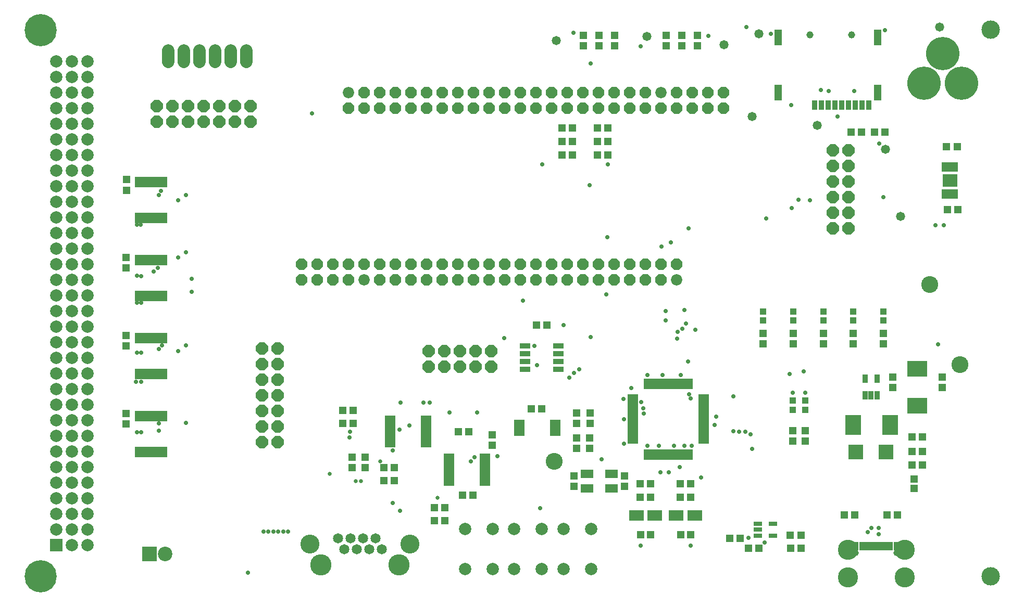
<source format=gbr>
G04 EAGLE Gerber RS-274X export*
G75*
%MOMM*%
%FSLAX34Y34*%
%LPD*%
%INSoldermask Top*%
%IPPOS*%
%AMOC8*
5,1,8,0,0,1.08239X$1,22.5*%
G01*
%ADD10C,3.003200*%
%ADD11R,1.303200X1.203200*%
%ADD12R,1.203200X1.303200*%
%ADD13R,0.503200X1.678200*%
%ADD14R,1.678200X0.503200*%
%ADD15R,1.678200X0.653200*%
%ADD16R,1.453200X0.803200*%
%ADD17R,0.653200X1.678200*%
%ADD18R,2.003200X2.003200*%
%ADD19C,2.003200*%
%ADD20C,5.243200*%
%ADD21R,0.803200X1.453200*%
%ADD22R,0.503200X1.453200*%
%ADD23C,1.003200*%
%ADD24C,3.281200*%
%ADD25R,1.203200X1.153200*%
%ADD26R,1.153200X1.203200*%
%ADD27C,1.849119*%
%ADD28P,2.001468X8X202.500000*%
%ADD29P,2.001468X8X22.500000*%
%ADD30P,2.199416X8X22.500000*%
%ADD31C,2.032000*%
%ADD32C,5.423200*%
%ADD33R,1.003200X1.003200*%
%ADD34R,0.838200X1.473200*%
%ADD35R,2.463200X2.363200*%
%ADD36R,2.503200X3.303200*%
%ADD37R,3.303200X2.503200*%
%ADD38R,2.403200X1.803200*%
%ADD39C,2.743200*%
%ADD40R,2.003200X1.403200*%
%ADD41P,2.199416X8X292.500000*%
%ADD42P,2.199416X8X112.500000*%
%ADD43R,0.823200X1.603200*%
%ADD44C,1.153200*%
%ADD45R,1.303200X2.603200*%
%ADD46C,1.643200*%
%ADD47C,3.083200*%
%ADD48C,3.453200*%
%ADD49R,1.731200X0.853200*%
%ADD50R,0.653200X1.603200*%
%ADD51R,2.353200X2.049200*%
%ADD52C,1.473200*%
%ADD53R,2.363200X2.363200*%
%ADD54C,2.363200*%
%ADD55C,0.705600*%
%ADD56C,0.655600*%


D10*
X1572000Y38000D03*
X1572000Y928000D03*
D11*
X842600Y310700D03*
X825600Y310700D03*
D12*
X976700Y184500D03*
X976700Y201500D03*
X895100Y201500D03*
X895100Y184500D03*
D11*
X1195600Y83800D03*
X1178600Y83800D03*
D12*
X166900Y286100D03*
X166900Y303100D03*
X166900Y413100D03*
X166900Y430100D03*
X166900Y540100D03*
X166900Y557100D03*
X167100Y666900D03*
X167100Y683900D03*
D11*
X1444500Y219800D03*
X1461500Y219800D03*
X1444500Y241900D03*
X1461500Y241900D03*
X1019500Y167000D03*
X1002500Y167000D03*
X1067500Y167000D03*
X1084500Y167000D03*
D13*
X1010400Y236820D03*
X1015400Y236820D03*
X1020400Y236820D03*
X1025400Y236820D03*
X1030400Y236820D03*
X1035400Y236820D03*
X1040400Y236820D03*
X1045400Y236820D03*
X1050400Y236820D03*
X1055400Y236820D03*
X1060400Y236820D03*
X1065400Y236820D03*
X1070400Y236820D03*
X1075400Y236820D03*
X1080400Y236820D03*
X1085400Y236820D03*
D14*
X1105280Y256700D03*
X1105280Y261700D03*
X1105280Y266700D03*
X1105280Y271700D03*
X1105280Y276700D03*
X1105280Y281700D03*
X1105280Y286700D03*
X1105280Y291700D03*
X1105280Y296700D03*
X1105280Y301700D03*
X1105280Y306700D03*
X1105280Y311700D03*
X1105280Y316700D03*
X1105280Y321700D03*
X1105280Y326700D03*
X1105280Y331700D03*
D13*
X1085400Y351580D03*
X1080400Y351580D03*
X1075400Y351580D03*
X1070400Y351580D03*
X1065400Y351580D03*
X1060400Y351580D03*
X1055400Y351580D03*
X1050400Y351580D03*
X1045400Y351580D03*
X1040400Y351580D03*
X1035400Y351580D03*
X1030400Y351580D03*
X1025400Y351580D03*
X1020400Y351580D03*
X1015400Y351580D03*
X1010400Y351580D03*
D14*
X990520Y331700D03*
X990520Y326700D03*
X990520Y321700D03*
X990520Y316700D03*
X990520Y311700D03*
X990520Y306700D03*
X990520Y301700D03*
X990520Y296700D03*
X990520Y291700D03*
X990520Y286700D03*
X990520Y281700D03*
X990520Y276700D03*
X990520Y271700D03*
X990520Y266700D03*
X990520Y261700D03*
X990520Y256700D03*
D15*
X864580Y270050D03*
X864580Y276550D03*
X864580Y283050D03*
X864580Y289550D03*
X805820Y289550D03*
X805820Y283050D03*
X805820Y276550D03*
X805820Y270050D03*
D16*
X1193600Y123700D03*
X1193600Y114200D03*
X1193600Y104700D03*
X1218600Y104700D03*
X1218600Y123700D03*
D17*
X184250Y494620D03*
X190750Y494620D03*
X197250Y494620D03*
X203750Y494620D03*
X210250Y494620D03*
X216750Y494620D03*
X223250Y494620D03*
X229750Y494620D03*
X229750Y553380D03*
X223250Y553380D03*
X216750Y553380D03*
X210250Y553380D03*
X203750Y553380D03*
X197250Y553380D03*
X190750Y553380D03*
X184250Y553380D03*
X184250Y367620D03*
X190750Y367620D03*
X197250Y367620D03*
X203750Y367620D03*
X210250Y367620D03*
X216750Y367620D03*
X223250Y367620D03*
X229750Y367620D03*
X229750Y426380D03*
X223250Y426380D03*
X216750Y426380D03*
X210250Y426380D03*
X203750Y426380D03*
X197250Y426380D03*
X190750Y426380D03*
X184250Y426380D03*
X184250Y240620D03*
X190750Y240620D03*
X197250Y240620D03*
X203750Y240620D03*
X210250Y240620D03*
X216750Y240620D03*
X223250Y240620D03*
X229750Y240620D03*
X229750Y299380D03*
X223250Y299380D03*
X216750Y299380D03*
X210250Y299380D03*
X203750Y299380D03*
X197250Y299380D03*
X190750Y299380D03*
X184250Y299380D03*
D18*
X53000Y88900D03*
D19*
X53000Y114300D03*
X53000Y139700D03*
X53000Y165100D03*
X53000Y190500D03*
X53000Y215900D03*
X53000Y241300D03*
X53000Y266700D03*
X53000Y292100D03*
X53000Y317500D03*
X53000Y342900D03*
X53000Y368300D03*
X53000Y393700D03*
X53000Y419100D03*
X53000Y444500D03*
X53000Y469900D03*
X53000Y495300D03*
X53000Y520700D03*
X53000Y546100D03*
X53000Y571500D03*
X53000Y596900D03*
X53000Y622300D03*
X53000Y647700D03*
X53000Y673100D03*
X53000Y698500D03*
X53000Y723900D03*
X53000Y749300D03*
X53000Y774700D03*
X53000Y800100D03*
X53000Y825500D03*
X53000Y850900D03*
X53000Y876300D03*
X78400Y88900D03*
X78400Y114300D03*
X78400Y139700D03*
X78400Y165100D03*
X78400Y190500D03*
X78400Y215900D03*
X78400Y241300D03*
X78400Y266700D03*
X78400Y292100D03*
X78400Y317500D03*
X78400Y342900D03*
X78400Y368300D03*
X78400Y393700D03*
X78400Y419100D03*
X78400Y444500D03*
X78400Y469900D03*
X78400Y495300D03*
X78400Y520700D03*
X78400Y546100D03*
X78400Y571500D03*
X78400Y596900D03*
X78400Y622300D03*
X78400Y647700D03*
X78400Y673100D03*
X78400Y698500D03*
X78400Y723900D03*
X78400Y749300D03*
X78400Y774700D03*
X78400Y800100D03*
X78400Y825500D03*
X78400Y850900D03*
X78400Y876300D03*
X103800Y88900D03*
X103800Y114300D03*
X103800Y139700D03*
X103800Y165100D03*
X103800Y190500D03*
X103800Y215900D03*
X103800Y241300D03*
X103800Y266700D03*
X103800Y292100D03*
X103800Y317500D03*
X103800Y342900D03*
X103800Y368300D03*
X103800Y393700D03*
X103800Y419100D03*
X103800Y444500D03*
X103800Y469900D03*
X103800Y495300D03*
X103800Y520700D03*
X103800Y546100D03*
X103800Y571500D03*
X103800Y596900D03*
X103800Y622300D03*
X103800Y647700D03*
X103800Y673100D03*
X103800Y698500D03*
X103800Y723900D03*
X103800Y749300D03*
X103800Y774700D03*
X103800Y800100D03*
X103800Y825500D03*
X103800Y850900D03*
X103800Y876300D03*
D20*
X27600Y38100D03*
X27600Y927100D03*
D21*
X1353900Y87550D03*
X1361900Y87550D03*
D22*
X1373400Y87550D03*
X1383400Y87550D03*
X1388400Y87550D03*
X1398400Y87550D03*
D21*
X1409900Y87550D03*
X1417900Y87550D03*
D22*
X1403400Y87550D03*
X1393400Y87550D03*
X1378400Y87550D03*
X1368400Y87550D03*
D23*
X1352900Y76200D03*
X1418900Y76200D03*
D24*
X1339800Y81800D03*
X1432000Y81800D03*
X1339800Y36800D03*
X1432000Y36800D03*
D25*
X1448000Y197000D03*
X1448000Y181000D03*
D26*
X1003000Y106000D03*
X1019000Y106000D03*
X1084000Y106000D03*
X1068000Y106000D03*
D11*
X899000Y287500D03*
X899000Y304500D03*
X920600Y287500D03*
X920600Y304500D03*
X920500Y263200D03*
X920500Y246200D03*
X899000Y263200D03*
X899000Y246200D03*
D12*
X1084500Y189000D03*
X1067500Y189000D03*
X1002500Y189000D03*
X1019500Y189000D03*
X1263600Y83800D03*
X1246600Y83800D03*
X1263500Y104800D03*
X1246500Y104800D03*
D27*
X1061974Y520700D03*
D28*
X1061974Y546100D03*
X1036574Y520700D03*
X1036574Y546100D03*
X1011174Y520700D03*
X1011174Y546100D03*
X985774Y520700D03*
X985774Y546100D03*
X960374Y520700D03*
X960374Y546100D03*
X934974Y520700D03*
X934974Y546100D03*
X909574Y520700D03*
X909574Y546100D03*
X884174Y520700D03*
X884174Y546100D03*
X858774Y520700D03*
X858774Y546100D03*
X833374Y520700D03*
X833374Y546100D03*
X807974Y520700D03*
X807974Y546100D03*
X782574Y520700D03*
X782574Y546100D03*
X757174Y520700D03*
X757174Y546100D03*
X731774Y520700D03*
X731774Y546100D03*
X706374Y520700D03*
X706374Y546100D03*
X680974Y520700D03*
X680974Y546100D03*
X655574Y520700D03*
X655574Y546100D03*
X630174Y520700D03*
X630174Y546100D03*
X604774Y520700D03*
X604774Y546100D03*
X579374Y520700D03*
X579374Y546100D03*
D27*
X553974Y520700D03*
D28*
X553974Y546100D03*
X528574Y520700D03*
X528574Y546100D03*
X503174Y520700D03*
X503174Y546100D03*
X477774Y520700D03*
X477774Y546100D03*
X452374Y520700D03*
X452374Y546100D03*
D27*
X528574Y825500D03*
D29*
X528574Y800100D03*
X553974Y825500D03*
X553974Y800100D03*
X579374Y825500D03*
X579374Y800100D03*
X604774Y825500D03*
X604774Y800100D03*
X630174Y825500D03*
X630174Y800100D03*
X655574Y825500D03*
X655574Y800100D03*
X680974Y825500D03*
X680974Y800100D03*
X706374Y825500D03*
X706374Y800100D03*
X731774Y825500D03*
X731774Y800100D03*
X757174Y825500D03*
X757174Y800100D03*
X782574Y825500D03*
X782574Y800100D03*
X807974Y825500D03*
X807974Y800100D03*
X833374Y825500D03*
X833374Y800100D03*
X858774Y825500D03*
X858774Y800100D03*
X884174Y825500D03*
X884174Y800100D03*
X909574Y825500D03*
X909574Y800100D03*
X934974Y825500D03*
X934974Y800100D03*
X960374Y825500D03*
X960374Y800100D03*
X985774Y825500D03*
X985774Y800100D03*
X1011174Y825500D03*
X1011174Y800100D03*
D27*
X1036574Y825500D03*
D29*
X1036574Y800100D03*
X1061974Y825500D03*
X1061974Y800100D03*
X1087374Y825500D03*
X1087374Y800100D03*
X1112774Y825500D03*
X1112774Y800100D03*
X1138174Y825500D03*
X1138174Y800100D03*
D30*
X216200Y778600D03*
X241600Y778600D03*
X267000Y778600D03*
X292400Y778600D03*
X317800Y778600D03*
X343200Y778600D03*
X216200Y804000D03*
X241600Y804000D03*
X267000Y804000D03*
X292400Y804000D03*
X317800Y804000D03*
X343200Y804000D03*
X368600Y778600D03*
X368600Y804000D03*
D31*
X235500Y875656D02*
X235500Y893944D01*
X260900Y893944D02*
X260900Y875656D01*
X286300Y875656D02*
X286300Y893944D01*
X311700Y893944D02*
X311700Y875656D01*
X337100Y875656D02*
X337100Y893944D01*
X362500Y893944D02*
X362500Y875656D01*
D32*
X1463400Y841100D03*
X1494400Y889100D03*
X1524400Y841100D03*
D17*
X184250Y621620D03*
X190750Y621620D03*
X197250Y621620D03*
X203750Y621620D03*
X210250Y621620D03*
X216750Y621620D03*
X223250Y621620D03*
X229750Y621620D03*
X229750Y680380D03*
X223250Y680380D03*
X216750Y680380D03*
X210250Y680380D03*
X203750Y680380D03*
X197250Y680380D03*
X190750Y680380D03*
X184250Y680380D03*
D33*
X1398000Y469500D03*
X1398000Y454500D03*
X1349000Y469500D03*
X1349000Y454500D03*
X1300000Y469500D03*
X1300000Y454500D03*
X1251000Y469500D03*
X1251000Y454500D03*
X1202000Y469500D03*
X1202000Y454500D03*
D11*
X1398000Y416500D03*
X1398000Y433500D03*
X1349000Y416500D03*
X1349000Y433500D03*
X1300000Y416500D03*
X1300000Y433500D03*
X1251000Y416500D03*
X1251000Y433500D03*
X1202000Y416500D03*
X1202000Y433500D03*
D34*
X1368110Y333030D03*
X1377610Y333030D03*
X1387110Y333030D03*
X1387110Y360030D03*
X1368110Y360030D03*
D35*
X1352500Y241000D03*
X1401500Y241000D03*
D36*
X1408400Y285000D03*
X1348329Y285000D03*
D37*
X1453000Y376400D03*
X1453000Y316329D03*
D38*
X996000Y137000D03*
X1026000Y137000D03*
X1091000Y137000D03*
X1061000Y137000D03*
D11*
X1444500Y265000D03*
X1461500Y265000D03*
D12*
X1413000Y362500D03*
X1413000Y345500D03*
X1493000Y362500D03*
X1493000Y345500D03*
D39*
X1522000Y383000D03*
X863000Y225000D03*
D40*
X916000Y205000D03*
X916000Y181000D03*
X956000Y181000D03*
X956000Y205000D03*
D12*
X1334500Y138000D03*
X1351500Y138000D03*
X1420500Y138000D03*
X1403500Y138000D03*
D41*
X387300Y409200D03*
X387300Y383800D03*
X387300Y358400D03*
X387300Y333000D03*
X387300Y307600D03*
X387300Y282200D03*
X412700Y409200D03*
X412700Y383800D03*
X412700Y358400D03*
X412700Y333000D03*
X412700Y307600D03*
X412700Y282200D03*
X387300Y256800D03*
X412700Y256800D03*
D30*
X658200Y379300D03*
X683600Y379300D03*
X709000Y379300D03*
X734400Y379300D03*
X759800Y379300D03*
X658200Y404700D03*
X683600Y404700D03*
X709000Y404700D03*
X734400Y404700D03*
X759800Y404700D03*
D42*
X1340700Y604500D03*
X1340700Y629900D03*
X1340700Y655300D03*
X1340700Y680700D03*
X1340700Y706100D03*
X1340700Y731500D03*
X1315300Y604500D03*
X1315300Y629900D03*
X1315300Y655300D03*
X1315300Y680700D03*
X1315300Y706100D03*
X1315300Y731500D03*
D43*
X1286206Y805640D03*
X1297206Y805640D03*
X1308206Y805640D03*
X1319206Y805640D03*
X1330206Y805640D03*
X1341206Y805640D03*
X1352206Y805640D03*
X1363206Y805640D03*
X1374206Y805640D03*
D44*
X1346006Y919840D03*
X1278006Y919840D03*
D45*
X1388006Y915640D03*
X1388006Y825640D03*
X1226506Y825640D03*
X1226506Y915640D03*
D46*
X562300Y82250D03*
X521500Y82250D03*
X541900Y82250D03*
X582700Y82250D03*
X511300Y100050D03*
X572500Y100050D03*
X552100Y100050D03*
X531700Y100050D03*
D47*
X465750Y91150D03*
X628250Y91150D03*
D48*
X483500Y56850D03*
X610500Y56850D03*
D15*
X595620Y296750D03*
X595620Y290250D03*
X595620Y283750D03*
X595620Y277250D03*
X595620Y270750D03*
X595620Y264250D03*
X595620Y257750D03*
X595620Y251250D03*
X654380Y251250D03*
X654380Y257750D03*
X654380Y264250D03*
X654380Y270750D03*
X654380Y277250D03*
X654380Y283750D03*
X654380Y290250D03*
X654380Y296750D03*
X691620Y234750D03*
X691620Y228250D03*
X691620Y221750D03*
X691620Y215250D03*
X691620Y208750D03*
X691620Y202250D03*
X691620Y195750D03*
X691620Y189250D03*
X750380Y189250D03*
X750380Y195750D03*
X750380Y202250D03*
X750380Y208750D03*
X750380Y215250D03*
X750380Y221750D03*
X750380Y228250D03*
X750380Y234750D03*
D12*
X762000Y251500D03*
X762000Y268500D03*
D49*
X814890Y413050D03*
X814890Y400350D03*
X814890Y387650D03*
X814890Y374950D03*
X869110Y374950D03*
X869110Y387650D03*
X869110Y400350D03*
X869110Y413050D03*
D11*
X833500Y447000D03*
X850500Y447000D03*
D12*
X713500Y170000D03*
X730500Y170000D03*
X706500Y274000D03*
X723500Y274000D03*
X1383500Y761000D03*
X1400500Y761000D03*
X1345500Y761000D03*
X1362500Y761000D03*
D50*
X1496250Y661000D03*
X1502750Y661000D03*
X1509250Y661000D03*
X1515750Y661000D03*
X1515750Y705000D03*
X1509250Y705000D03*
X1502750Y705000D03*
X1496250Y705000D03*
D51*
X1506000Y683000D03*
D11*
X1501500Y635000D03*
X1518500Y635000D03*
X1500500Y738000D03*
X1517500Y738000D03*
D52*
X1139000Y904000D03*
D11*
X1095800Y901500D03*
X1095800Y918500D03*
X1070400Y901500D03*
X1070400Y918500D03*
X1045000Y918500D03*
X1045000Y901500D03*
D12*
X932500Y724000D03*
X949500Y724000D03*
X949500Y746000D03*
X932500Y746000D03*
X932500Y768000D03*
X949500Y768000D03*
X875500Y724000D03*
X892500Y724000D03*
X875500Y768000D03*
X892500Y768000D03*
X875500Y746000D03*
X892500Y746000D03*
D11*
X909600Y918500D03*
X909600Y901500D03*
X935000Y918500D03*
X935000Y901500D03*
X960400Y901500D03*
X960400Y918500D03*
D19*
X762500Y115500D03*
X762500Y50500D03*
X717500Y115500D03*
X717500Y50500D03*
X842500Y115500D03*
X842500Y50500D03*
X797500Y115500D03*
X797500Y50500D03*
X922500Y115500D03*
X922500Y50500D03*
X877500Y115500D03*
X877500Y50500D03*
D11*
X1164500Y100000D03*
X1147500Y100000D03*
D52*
X1401000Y733000D03*
X1290000Y772000D03*
X1184000Y787000D03*
X1195000Y921000D03*
X866000Y910000D03*
X1013000Y917000D03*
X1426000Y624000D03*
D33*
X1250000Y324500D03*
X1250000Y309500D03*
X1271000Y324500D03*
X1271000Y309500D03*
D11*
X1250000Y258500D03*
X1250000Y275500D03*
X1271000Y258500D03*
X1271000Y275500D03*
D53*
X205000Y75000D03*
D54*
X230400Y75000D03*
D52*
X1489000Y932000D03*
D39*
X1473000Y513000D03*
D12*
X684500Y129000D03*
X667500Y129000D03*
X684500Y150000D03*
X667500Y150000D03*
D11*
X555000Y232500D03*
X555000Y215500D03*
X534000Y232500D03*
X534000Y215500D03*
D12*
X602500Y194000D03*
X585500Y194000D03*
X602500Y215000D03*
X585500Y215000D03*
X535500Y308000D03*
X518500Y308000D03*
X535500Y287000D03*
X518500Y287000D03*
D55*
X1086000Y251000D03*
X1074000Y251000D03*
X1057000Y251000D03*
X1033000Y251000D03*
X1014000Y251000D03*
X1004000Y322000D03*
X1014000Y366170D03*
X1080000Y388000D03*
X1123000Y285000D03*
X1092000Y440000D03*
X1400000Y927000D03*
X1215000Y921000D03*
X1350000Y828000D03*
X878000Y447000D03*
X1080700Y604500D03*
X894000Y923000D03*
X1113000Y918000D03*
X600000Y243000D03*
X940000Y229000D03*
X1070678Y441174D03*
X835000Y382000D03*
X600000Y158000D03*
X612400Y145000D03*
X613000Y321000D03*
X650000Y321000D03*
X660000Y321000D03*
X220000Y287000D03*
X264000Y288000D03*
X220000Y275694D03*
X225000Y414000D03*
X264000Y414000D03*
X218000Y540000D03*
X264000Y566000D03*
X223000Y666000D03*
X264000Y659000D03*
X430000Y111000D03*
X422000Y111000D03*
X414000Y111000D03*
X406000Y111000D03*
X398000Y111000D03*
X390000Y111000D03*
X530000Y264000D03*
X922000Y428000D03*
X947000Y497000D03*
X469000Y792000D03*
X843000Y709000D03*
X950000Y709000D03*
X949000Y590000D03*
X1378000Y117000D03*
X1390000Y117000D03*
X1049000Y208000D03*
X1372000Y110000D03*
X1390230Y107000D03*
X1035000Y208000D03*
X1154000Y331000D03*
X1154000Y274500D03*
X1204400Y93600D03*
X975000Y327000D03*
X976000Y294000D03*
X1039000Y366000D03*
X1126000Y298000D03*
X1101000Y199000D03*
X1084000Y88600D03*
X1003000Y88600D03*
X1077000Y450000D03*
X1043530Y470470D03*
X1067000Y216000D03*
X976000Y254000D03*
X988000Y345000D03*
X1068000Y366000D03*
X1062000Y425000D03*
X1063000Y436000D03*
X1184000Y246000D03*
X1181426Y269574D03*
X1278000Y650830D03*
X1173000Y274000D03*
X1163088Y274000D03*
X1260000Y651000D03*
X1175000Y932000D03*
X812000Y487000D03*
X781000Y426000D03*
X1487000Y416000D03*
X365000Y44000D03*
X1309000Y828000D03*
X611100Y277300D03*
X770000Y234000D03*
X830000Y413000D03*
X1249000Y638000D03*
X1482000Y610000D03*
X1496000Y610000D03*
X1398000Y655300D03*
X1178000Y101000D03*
X1074000Y472000D03*
X1044000Y455118D03*
X220000Y408000D03*
X251000Y405000D03*
X211694Y534694D03*
X251000Y557000D03*
X220000Y659000D03*
X251000Y650694D03*
X1052000Y582000D03*
X1037000Y575000D03*
X191000Y273000D03*
X190802Y355306D03*
X191000Y402000D03*
X190802Y483306D03*
X191000Y527000D03*
X190694Y610398D03*
X273000Y501000D03*
X184000Y273000D03*
X183000Y355306D03*
X184000Y402000D03*
X184000Y483306D03*
X184000Y528000D03*
X184000Y610306D03*
X273000Y523000D03*
X1207000Y621000D03*
X627000Y284000D03*
X920000Y675000D03*
X733000Y232000D03*
X726978Y225170D03*
X692000Y305000D03*
X737000Y305000D03*
X1391000Y743000D03*
X1323000Y787000D03*
X1296000Y830000D03*
X1248000Y805000D03*
X922000Y873000D03*
X1003000Y901000D03*
X903000Y375000D03*
X895000Y369000D03*
X840000Y149000D03*
X887000Y362000D03*
X1008000Y303000D03*
X1084000Y328000D03*
X1245000Y368000D03*
X1250000Y337000D03*
X1007000Y312000D03*
X1082000Y335000D03*
X1268000Y372000D03*
X1271000Y337000D03*
D56*
X673000Y166000D03*
X548167Y193000D03*
X539833Y193000D03*
X498000Y205000D03*
X580000Y225000D03*
D55*
X531000Y274000D03*
M02*

</source>
